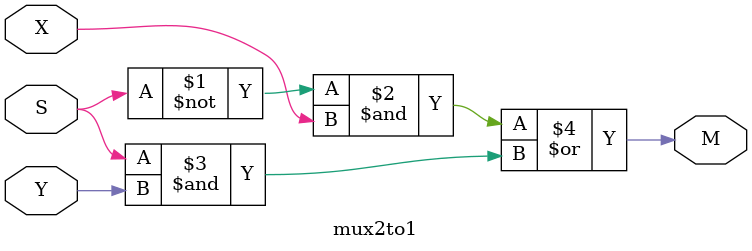
<source format=v>
/*
* TCES 330
* 4/6/2016
* Max Kulish
* Homework 1 Part 2
*
* This module implements a 2 to 1 mux
*/

module mux2to1 (X, Y, S, M);
	input X, Y, S;
	output M;
	
	assign M = (~S & X) | (S & Y);
	
endmodule

</source>
